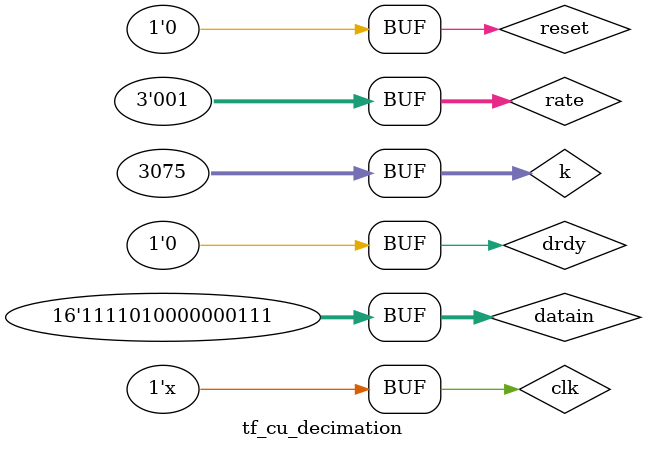
<source format=v>
`timescale 1ns / 1ns



module tf_cu_decimation;

	// Inputs
	reg clk;
	reg reset;
	reg drdy;
	reg [15:0] datain;

	// Outputs
	wire [15:0] dataout;
	wire data_rdy;
	reg [2:0] rate;
   integer k;
	// Instantiate the Unit Under Test (UUT)
	cu_decimation uut (
		.clk(clk), 
		.reset(reset), 
		.drdy(drdy), 
		.datain(datain), 
		.dataout(dataout),
      .rate(rate),      		
		.data_rdy(data_rdy)
	);

	initial begin
		// Initialize Inputs
		clk = 0;
		reset = 0;
		drdy = 0;
		datain = 10;
		rate=3'b001;

		// Wait 100 ns for global reset to finish
		#100 reset=1;
		#100 reset=0;
		
		
		
		 for (k=0;k<3075;k=k+1)
           begin
			  #100 drdy =0;
			  #100 drdy =1;
			  #40 drdy =0;
			  #1000 datain=datain-1;
			  end	
        
		// Add stimulus here

	end
 

always
#20 clk = ~clk; 
 
endmodule


</source>
